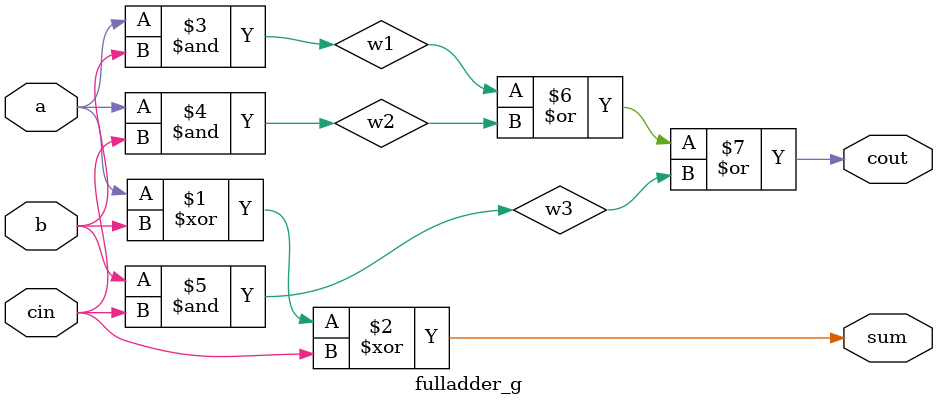
<source format=v>
module fulladder_g(
	input a,
	input b,
	input cin,
	output sum,
	output cout
	);
wire w1,w2,w3;
   // always @(*) begin
	xor x1(sum,a,b,cin);
	and a1(w1,a,b);
	and a2(w2,a,cin);
	and a3(w3,b,cin);
	or o1(cout,w1,w2,w3);
   //end
endmodule

</source>
